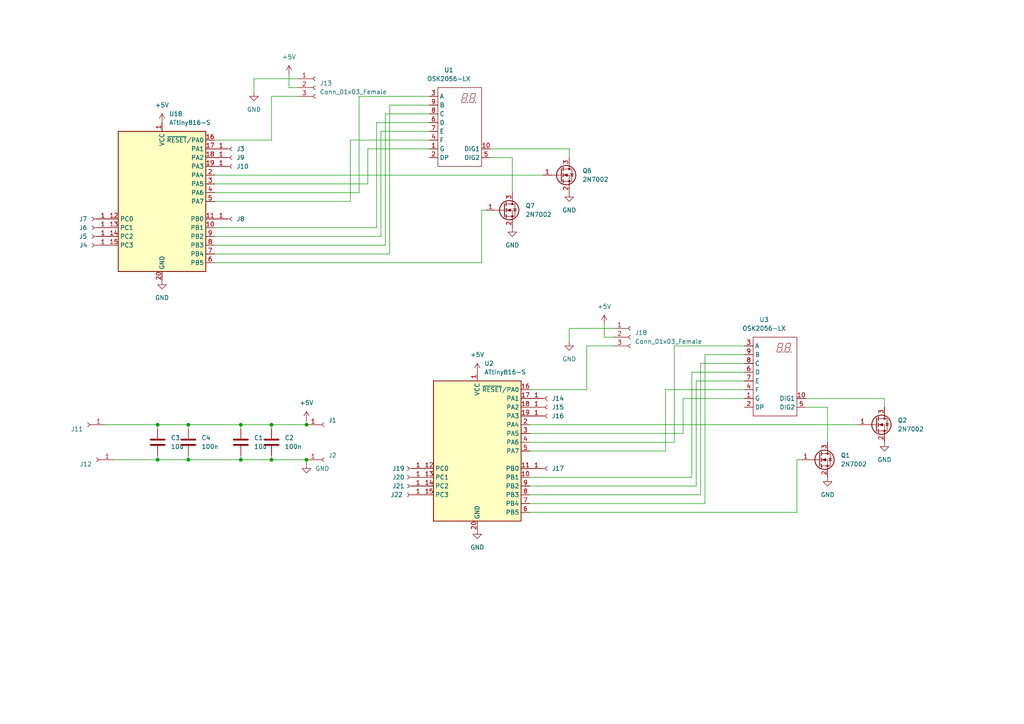
<source format=kicad_sch>
(kicad_sch (version 20211123) (generator eeschema)
  (paper "A4")
  (lib_symbols
    (symbol "Connector:Conn_01x01_Female" (pin_names (offset 1.016) hide)
      (property "Reference" "J" (at 0 2.54 0))
      (property "Value" "Conn_01x01_Female" (at 0 -2.54 0))
      (symbol "Conn_01x01_Female_1_1"
        (polyline (pts (xy -1.27 0) (xy -0.508 0)) (stroke (width 0.1524)))
        (arc (start 0 0.508) (mid -0.508 0) (end 0 -0.508) (stroke (width 0.1524)))
        (pin passive line (at -5.08 0 0) (length 3.81) (name "Pin_1") (number "1"))
      )
    )
    (symbol "Connector:Conn_01x03_Female" (pin_names (offset 1.016) hide)
      (property "Reference" "J" (at 0 5.08 0))
      (property "Value" "Conn_01x03_Female" (at 0 -5.08 0))
      (symbol "Conn_01x03_Female_1_1"
        (arc (start 0 -2.032) (mid -0.508 -2.54) (end 0 -3.048) (stroke (width 0.1524)))
        (polyline (pts (xy -1.27 -2.54) (xy -0.508 -2.54)) (stroke (width 0.1524)))
        (polyline (pts (xy -1.27 0) (xy -0.508 0)) (stroke (width 0.1524)))
        (polyline (pts (xy -1.27 2.54) (xy -0.508 2.54)) (stroke (width 0.1524)))
        (arc (start 0 0.508) (mid -0.508 0) (end 0 -0.508) (stroke (width 0.1524)))
        (arc (start 0 3.048) (mid -0.508 2.54) (end 0 2.032) (stroke (width 0.1524)))
        (pin passive line (at -5.08 2.54 0) (length 3.81) (name "Pin_1") (number "1"))
        (pin passive line (at -5.08 0 0) (length 3.81) (name "Pin_2") (number "2"))
        (pin passive line (at -5.08 -2.54 0) (length 3.81) (name "Pin_3") (number "3"))
      )
    )
    (symbol "Device:C" (pin_numbers hide) (pin_names (offset 0.254))
      (property "Reference" "C" (at 0.635 2.54 0))
      (property "Value" "C" (at 0.635 -2.54 0))
      (symbol "C_0_1"
        (polyline (pts (xy -2.032 -0.762) (xy 2.032 -0.762)) (stroke (width 0.508)))
        (polyline (pts (xy -2.032 0.762) (xy 2.032 0.762)) (stroke (width 0.508)))
      )
      (symbol "C_1_1"
        (pin passive line (at 0 3.81 270) (length 2.794) (name "~") (number "1"))
        (pin passive line (at 0 -3.81 90) (length 2.794) (name "~") (number "2"))
      )
    )
    (symbol "Display_Character:OSK2056-LX"
      (property "Reference" "U" (at 4.064 3.556 0))
      (property "Value" "OSK2056-LX" (at 8.89 -21.59 0))
      (symbol "OSK2056-LX_0_1"
        (polyline (pts (xy -3.81 -30.48) (xy -3.81 -30.48)))
        (polyline (pts (xy -3.81 -30.48) (xy -3.81 -30.48)))
        (polyline (pts (xy -3.81 -30.48) (xy -3.81 -30.48)))
        (polyline (pts (xy -3.81 -30.48) (xy -3.81 -30.48)))
        (polyline (pts (xy -3.81 -30.48) (xy -3.81 -30.48)))
        (polyline (pts (xy -3.81 -30.48) (xy -3.81 -30.48)))
        (polyline (pts (xy -3.81 -30.48) (xy -3.81 -30.48)))
        (polyline (pts (xy -3.81 -30.48) (xy -3.81 -30.48)))
        (polyline (pts (xy -3.81 -30.48) (xy -3.81 -30.48)))
        (polyline (pts (xy -3.81 -30.48) (xy -3.81 -30.48)))
        (polyline (pts (xy 2.54 1.27) (xy 2.54 1.27)))
        (polyline (pts (xy 9.398 -1.778) (xy 10.668 -1.778)))
        (polyline (pts (xy 9.652 -0.762) (xy 9.398 -1.524)))
        (polyline (pts (xy 9.652 -0.508) (xy 10.922 -0.508)))
        (polyline (pts (xy 9.906 0.508) (xy 9.652 -0.254)))
        (polyline (pts (xy 9.906 0.762) (xy 11.176 0.762)))
        (polyline (pts (xy 10.922 -0.762) (xy 10.668 -1.524)))
        (polyline (pts (xy 11.176 0.508) (xy 10.922 -0.254)))
        (polyline (pts (xy 11.684 -1.778) (xy 12.954 -1.778)))
        (polyline (pts (xy 11.938 -0.762) (xy 11.684 -1.524)))
        (polyline (pts (xy 11.938 -0.508) (xy 13.208 -0.508)))
        (polyline (pts (xy 12.192 0.508) (xy 11.938 -0.254)))
        (polyline (pts (xy 12.192 0.762) (xy 13.462 0.762)))
        (polyline (pts (xy 13.208 -0.762) (xy 12.954 -1.524)))
        (polyline (pts (xy 13.462 0.508) (xy 13.208 -0.254)))
        (polyline (pts (xy 2.54 2.54) (xy 2.54 -20.32) (xy 15.24 -20.32) (xy 15.24 2.54) (xy 2.54 2.54)))
        (circle (center 11.176 -1.778) (radius 0.0001))
        (circle (center 13.462 -1.778) (radius 0.0001))
      )
      (symbol "OSK2056-LX_1_1"
        (pin input line (at 0 -15.24 0) (length 2.54) (name "G") (number "1"))
        (pin input line (at 17.78 -15.24 180) (length 2.54) (name "DIG1") (number "10"))
        (pin input line (at 0 -17.78 0) (length 2.54) (name "DP") (number "2"))
        (pin input line (at 0 0 0) (length 2.54) (name "A") (number "3"))
        (pin input line (at 0 -12.7 0) (length 2.54) (name "F") (number "4"))
        (pin input line (at 17.78 -17.78 180) (length 2.54) (name "DIG2") (number "5"))
        (pin input line (at 0 -7.62 0) (length 2.54) (name "D") (number "6"))
        (pin input line (at 0 -10.16 0) (length 2.54) (name "E") (number "7"))
        (pin input line (at 0 -5.08 0) (length 2.54) (name "C") (number "8"))
        (pin input line (at 0 -2.54 0) (length 2.54) (name "B") (number "9"))
      )
    )
    (symbol "MCU_Microchip_ATtiny:ATtiny816-S"
      (property "Reference" "U" (at -12.7 21.59 0))
      (property "Value" "ATtiny816-S" (at 2.54 -21.59 0))
      (symbol "ATtiny816-S_0_1"
        (rectangle (start -12.7 -20.32) (end 12.7 20.32) (stroke (width 0.254)) (fill (type background)))
      )
      (symbol "ATtiny816-S_1_1"
        (pin power_in line (at 0 22.86 270) (length 2.54) (name "VCC") (number "1"))
        (pin bidirectional line (at 15.24 -7.62 180) (length 2.54) (name "PB1") (number "10"))
        (pin bidirectional line (at 15.24 -5.08 180) (length 2.54) (name "PB0") (number "11"))
        (pin bidirectional line (at -15.24 -5.08 0) (length 2.54) (name "PC0") (number "12"))
        (pin bidirectional line (at -15.24 -7.62 0) (length 2.54) (name "PC1") (number "13"))
        (pin bidirectional line (at -15.24 -10.16 0) (length 2.54) (name "PC2") (number "14"))
        (pin bidirectional line (at -15.24 -12.7 0) (length 2.54) (name "PC3") (number "15"))
        (pin bidirectional line (at 15.24 17.78 180) (length 2.54) (name "~{RESET}/PA0") (number "16"))
        (pin bidirectional line (at 15.24 15.24 180) (length 2.54) (name "PA1") (number "17"))
        (pin bidirectional line (at 15.24 12.7 180) (length 2.54) (name "PA2") (number "18"))
        (pin bidirectional line (at 15.24 10.16 180) (length 2.54) (name "PA3") (number "19"))
        (pin bidirectional line (at 15.24 7.62 180) (length 2.54) (name "PA4") (number "2"))
        (pin power_in line (at 0 -22.86 90) (length 2.54) (name "GND") (number "20"))
        (pin bidirectional line (at 15.24 5.08 180) (length 2.54) (name "PA5") (number "3"))
        (pin bidirectional line (at 15.24 2.54 180) (length 2.54) (name "PA6") (number "4"))
        (pin bidirectional line (at 15.24 0 180) (length 2.54) (name "PA7") (number "5"))
        (pin bidirectional line (at 15.24 -17.78 180) (length 2.54) (name "PB5") (number "6"))
        (pin bidirectional line (at 15.24 -15.24 180) (length 2.54) (name "PB4") (number "7"))
        (pin bidirectional line (at 15.24 -12.7 180) (length 2.54) (name "PB3") (number "8"))
        (pin bidirectional line (at 15.24 -10.16 180) (length 2.54) (name "PB2") (number "9"))
      )
    )
    (symbol "Transistor_FET:2N7002" (pin_names hide)
      (property "Reference" "Q" (at 5.08 1.905 0))
      (property "Value" "2N7002" (at 5.08 0 0))
      (symbol "2N7002_0_1"
        (polyline (pts (xy 0.254 0) (xy -2.54 0)))
        (polyline (pts (xy 0.254 1.905) (xy 0.254 -1.905)) (stroke (width 0.254)))
        (polyline (pts (xy 0.762 -1.27) (xy 0.762 -2.286)) (stroke (width 0.254)))
        (polyline (pts (xy 0.762 0.508) (xy 0.762 -0.508)) (stroke (width 0.254)))
        (polyline (pts (xy 0.762 2.286) (xy 0.762 1.27)) (stroke (width 0.254)))
        (polyline (pts (xy 2.54 2.54) (xy 2.54 1.778)))
        (polyline (pts (xy 2.54 -2.54) (xy 2.54 0) (xy 0.762 0)))
        (polyline (pts (xy 0.762 -1.778) (xy 3.302 -1.778) (xy 3.302 1.778) (xy 0.762 1.778)))
        (polyline (pts (xy 1.016 0) (xy 2.032 0.381) (xy 2.032 -0.381) (xy 1.016 0)) (fill (type outline)))
        (polyline (pts (xy 2.794 0.508) (xy 2.921 0.381) (xy 3.683 0.381) (xy 3.81 0.254)))
        (polyline (pts (xy 3.302 0.381) (xy 2.921 -0.254) (xy 3.683 -0.254) (xy 3.302 0.381)))
        (circle (center 1.651 0) (radius 2.794) (stroke (width 0.254)))
        (circle (center 2.54 -1.778) (radius 0.254) (fill (type outline)))
        (circle (center 2.54 1.778) (radius 0.254) (fill (type outline)))
      )
      (symbol "2N7002_1_1"
        (pin input line (at -5.08 0 0) (length 2.54) (name "G") (number "1"))
        (pin passive line (at 2.54 -5.08 90) (length 2.54) (name "S") (number "2"))
        (pin passive line (at 2.54 5.08 270) (length 2.54) (name "D") (number "3"))
      )
    )
    (symbol "power:+5V" (power) (pin_names (offset 0))
      (property "Value" "+5V" (at 0 3.556 0))
      (symbol "+5V_0_1"
        (polyline (pts (xy -0.762 1.27) (xy 0 2.54)))
        (polyline (pts (xy 0 0) (xy 0 2.54)))
        (polyline (pts (xy 0 2.54) (xy 0.762 1.27)))
      )
      (symbol "+5V_1_1"
        (pin power_in line (at 0 0 90) (length 0) hide (name "+5V") (number "1"))
      )
    )
    (symbol "power:GND" (power) (pin_names (offset 0))
      (property "Value" "GND" (at 0 -3.81 0))
      (symbol "GND_0_1"
        (polyline (pts (xy 0 0) (xy 0 -1.27) (xy 1.27 -1.27) (xy 0 -2.54) (xy -1.27 -1.27) (xy 0 -1.27)))
      )
      (symbol "GND_1_1"
        (pin power_in line (at 0 0 270) (length 0) hide (name "GND") (number "1"))
      )
    )
  )
  (junction (at 78.74 133.35))
  (junction (at 88.9 123.19))
  (junction (at 45.72 123.19))
  (junction (at 45.72 133.35))
  (junction (at 69.85 133.35))
  (junction (at 88.9 133.35))
  (junction (at 69.85 123.19))
  (junction (at 54.61 123.19))
  (junction (at 78.74 123.19))
  (junction (at 54.61 133.35))
  (wire (pts (xy 142.24 43.18) (xy 165.1 43.18)))
  (wire (pts (xy 153.67 148.59) (xy 231.14 148.59)))
  (wire (pts (xy 54.61 123.19) (xy 69.85 123.19)))
  (wire (pts (xy 104.14 27.94) (xy 124.46 27.94)))
  (wire (pts (xy 203.2 105.41) (xy 215.9 105.41)))
  (wire (pts (xy 124.46 40.64) (xy 101.6 40.64)))
  (wire (pts (xy 111.76 33.02) (xy 124.46 33.02)))
  (wire (pts (xy 62.23 50.8) (xy 157.48 50.8)))
  (wire (pts (xy 69.85 133.35) (xy 78.74 133.35)))
  (wire (pts (xy 45.72 123.19) (xy 45.72 124.46)))
  (wire (pts (xy 153.67 123.19) (xy 248.92 123.19)))
  (wire (pts (xy 153.67 143.51) (xy 203.2 143.51)))
  (wire (pts (xy 111.76 71.12) (xy 111.76 33.02)))
  (wire (pts (xy 193.04 130.81) (xy 153.67 130.81)))
  (wire (pts (xy 109.22 66.04) (xy 109.22 35.56)))
  (wire (pts (xy 106.68 53.34) (xy 62.23 53.34)))
  (wire (pts (xy 78.74 40.64) (xy 78.74 27.94)))
  (wire (pts (xy 62.23 76.2) (xy 139.7 76.2)))
  (wire (pts (xy 78.74 123.19) (xy 69.85 123.19)))
  (wire (pts (xy 153.67 138.43) (xy 200.66 138.43)))
  (wire (pts (xy 69.85 123.19) (xy 69.85 124.46)))
  (wire (pts (xy 113.03 30.48) (xy 113.03 73.66)))
  (wire (pts (xy 45.72 123.19) (xy 54.61 123.19)))
  (wire (pts (xy 78.74 133.35) (xy 88.9 133.35)))
  (wire (pts (xy 148.59 55.88) (xy 148.59 45.72)))
  (wire (pts (xy 195.58 128.27) (xy 195.58 100.33)))
  (wire (pts (xy 62.23 55.88) (xy 104.14 55.88)))
  (wire (pts (xy 193.04 113.03) (xy 193.04 130.81)))
  (wire (pts (xy 30.48 123.19) (xy 45.72 123.19)))
  (wire (pts (xy 165.1 43.18) (xy 165.1 45.72)))
  (wire (pts (xy 69.85 132.08) (xy 69.85 133.35)))
  (wire (pts (xy 215.9 110.49) (xy 201.93 110.49)))
  (wire (pts (xy 139.7 60.96) (xy 140.97 60.96)))
  (wire (pts (xy 139.7 76.2) (xy 139.7 60.96)))
  (wire (pts (xy 204.47 102.87) (xy 204.47 146.05)))
  (wire (pts (xy 45.72 133.35) (xy 54.61 133.35)))
  (wire (pts (xy 201.93 110.49) (xy 201.93 140.97)))
  (wire (pts (xy 62.23 66.04) (xy 109.22 66.04)))
  (wire (pts (xy 62.23 40.64) (xy 78.74 40.64)))
  (wire (pts (xy 175.26 97.79) (xy 175.26 93.98)))
  (wire (pts (xy 200.66 107.95) (xy 215.9 107.95)))
  (wire (pts (xy 113.03 73.66) (xy 62.23 73.66)))
  (wire (pts (xy 86.36 22.86) (xy 73.66 22.86)))
  (wire (pts (xy 101.6 40.64) (xy 101.6 58.42)))
  (wire (pts (xy 200.66 138.43) (xy 200.66 107.95)))
  (wire (pts (xy 73.66 22.86) (xy 73.66 26.67)))
  (wire (pts (xy 101.6 58.42) (xy 62.23 58.42)))
  (wire (pts (xy 83.82 25.4) (xy 83.82 21.59)))
  (wire (pts (xy 170.18 100.33) (xy 177.8 100.33)))
  (wire (pts (xy 78.74 123.19) (xy 78.74 124.46)))
  (wire (pts (xy 177.8 97.79) (xy 175.26 97.79)))
  (wire (pts (xy 153.67 113.03) (xy 170.18 113.03)))
  (wire (pts (xy 45.72 132.08) (xy 45.72 133.35)))
  (wire (pts (xy 231.14 133.35) (xy 232.41 133.35)))
  (wire (pts (xy 215.9 102.87) (xy 204.47 102.87)))
  (wire (pts (xy 88.9 121.92) (xy 88.9 123.19)))
  (wire (pts (xy 201.93 140.97) (xy 153.67 140.97)))
  (wire (pts (xy 153.67 128.27) (xy 195.58 128.27)))
  (wire (pts (xy 88.9 133.35) (xy 88.9 134.62)))
  (wire (pts (xy 104.14 55.88) (xy 104.14 27.94)))
  (wire (pts (xy 215.9 115.57) (xy 198.12 115.57)))
  (wire (pts (xy 203.2 143.51) (xy 203.2 105.41)))
  (wire (pts (xy 110.49 38.1) (xy 110.49 68.58)))
  (wire (pts (xy 106.68 43.18) (xy 106.68 53.34)))
  (wire (pts (xy 124.46 43.18) (xy 106.68 43.18)))
  (wire (pts (xy 165.1 95.25) (xy 165.1 99.06)))
  (wire (pts (xy 124.46 38.1) (xy 110.49 38.1)))
  (wire (pts (xy 54.61 132.08) (xy 54.61 133.35)))
  (wire (pts (xy 109.22 35.56) (xy 124.46 35.56)))
  (wire (pts (xy 177.8 95.25) (xy 165.1 95.25)))
  (wire (pts (xy 170.18 113.03) (xy 170.18 100.33)))
  (wire (pts (xy 233.68 115.57) (xy 256.54 115.57)))
  (wire (pts (xy 86.36 25.4) (xy 83.82 25.4)))
  (wire (pts (xy 33.02 133.35) (xy 45.72 133.35)))
  (wire (pts (xy 124.46 30.48) (xy 113.03 30.48)))
  (wire (pts (xy 78.74 132.08) (xy 78.74 133.35)))
  (wire (pts (xy 233.68 118.11) (xy 240.03 118.11)))
  (wire (pts (xy 110.49 68.58) (xy 62.23 68.58)))
  (wire (pts (xy 215.9 113.03) (xy 193.04 113.03)))
  (wire (pts (xy 198.12 115.57) (xy 198.12 125.73)))
  (wire (pts (xy 142.24 45.72) (xy 148.59 45.72)))
  (wire (pts (xy 256.54 115.57) (xy 256.54 118.11)))
  (wire (pts (xy 195.58 100.33) (xy 215.9 100.33)))
  (wire (pts (xy 54.61 123.19) (xy 54.61 124.46)))
  (wire (pts (xy 198.12 125.73) (xy 153.67 125.73)))
  (wire (pts (xy 78.74 27.94) (xy 86.36 27.94)))
  (wire (pts (xy 240.03 128.27) (xy 240.03 118.11)))
  (wire (pts (xy 54.61 133.35) (xy 69.85 133.35)))
  (wire (pts (xy 204.47 146.05) (xy 153.67 146.05)))
  (wire (pts (xy 62.23 71.12) (xy 111.76 71.12)))
  (wire (pts (xy 88.9 123.19) (xy 78.74 123.19)))
  (wire (pts (xy 231.14 148.59) (xy 231.14 133.35)))
  (symbol (lib_id "Transistor_FET:2N7002") (at 162.56 50.8 0) (unit 1)
    (property "Reference" "Q6" (at 168.91 49.5299 0) (effects (justify left)))
    (property "Value" "2N7002" (at 168.91 52.0699 0) (effects (justify left)))
    (property "Footprint" "Package_TO_SOT_SMD:SOT-23" (effects hide))
    (property "Datasheet" "https://www.onsemi.com/pub/Collateral/NDS7002A-D.PDF" (effects hide))
  )
  (symbol (lib_id "power:+5V") (at 83.82 21.59 0) (unit 1)
    (property "Reference" "#PWR0108" (effects hide))
    (property "Value" "+5V" (at 83.82 16.51 0))
  )
  (symbol (lib_id "power:GND") (at 88.9 134.62 0) (unit 1)
    (property "Reference" "#PWR0106" (effects hide))
    (property "Value" "GND" (at 91.44 135.8899 0) (effects (justify left)))
  )
  (symbol (lib_id "power:+5V") (at 175.26 93.98 0) (unit 1)
    (property "Reference" "#PWR04" (effects hide))
    (property "Value" "+5V" (at 175.26 88.9 0))
  )
  (symbol (lib_id "Connector:Conn_01x01_Female") (at 158.75 115.57 0) (unit 1)
    (property "Reference" "J14" (at 160.02 115.57 0) (effects (justify left)))
    (property "Value" "Conn_01x01_Female" (effects hide))
    (property "Footprint" "Connector_PinHeader_2.54mm:PinHeader_1x01_P2.54mm_Vertical" (effects hide))
  )
  (symbol (lib_id "Device:C") (at 78.74 128.27 0) (unit 1)
    (property "Reference" "C2" (at 82.55 126.9999 0) (effects (justify left)))
    (property "Value" "100n" (at 82.55 129.5399 0) (effects (justify left)))
    (property "Footprint" "Capacitor_SMD:C_0805_2012Metric_Pad1.18x1.45mm_HandSolder" (effects hide))
  )
  (symbol (lib_id "MCU_Microchip_ATtiny:ATtiny816-S") (at 138.43 130.81 0) (unit 1)
    (property "Reference" "U2" (at 140.4494 105.41 0) (effects (justify left)))
    (property "Value" "ATtiny816-S" (at 140.4494 107.95 0) (effects (justify left)))
    (property "Footprint" "Package_SO:SOIC-20W_7.5x12.8mm_P1.27mm" (effects hide))
    (property "Datasheet" "http://ww1.microchip.com/downloads/en/DeviceDoc/40001913A.pdf" (effects hide))
  )
  (symbol (lib_id "Connector:Conn_01x01_Female") (at 158.75 118.11 0) (unit 1)
    (property "Reference" "J15" (at 160.02 118.11 0) (effects (justify left)))
    (property "Value" "Conn_01x01_Female" (effects hide))
    (property "Footprint" "Connector_PinHeader_2.54mm:PinHeader_1x01_P2.54mm_Vertical" (effects hide))
  )
  (symbol (lib_id "Connector:Conn_01x01_Female") (at 26.67 63.5 180) (unit 1)
    (property "Reference" "J7" (at 24.13 63.5 0))
    (property "Value" "Conn_01x01_Female" (effects hide))
    (property "Footprint" "Connector_PinHeader_2.54mm:PinHeader_1x01_P2.54mm_Vertical" (effects hide))
  )
  (symbol (lib_id "power:GND") (at 46.99 81.28 0) (unit 1)
    (property "Reference" "#PWR0103" (effects hide))
    (property "Value" "GND" (at 46.99 86.36 0))
  )
  (symbol (lib_id "Connector:Conn_01x01_Female") (at 26.67 71.12 180) (unit 1)
    (property "Reference" "J4" (at 25.4 71.12 0) (effects (justify left)))
    (property "Value" "Conn_01x01_Female" (effects hide))
    (property "Footprint" "Connector_PinHeader_2.54mm:PinHeader_1x01_P2.54mm_Vertical" (effects hide))
  )
  (symbol (lib_id "Connector:Conn_01x01_Female") (at 26.67 66.04 180) (unit 1)
    (property "Reference" "J6" (at 24.13 66.04 0))
    (property "Value" "Conn_01x01_Female" (effects hide))
    (property "Footprint" "Connector_PinHeader_2.54mm:PinHeader_1x01_P2.54mm_Vertical" (effects hide))
  )
  (symbol (lib_id "power:GND") (at 148.59 66.04 0) (unit 1)
    (property "Reference" "#PWR0101" (effects hide))
    (property "Value" "GND" (at 148.59 71.12 0))
  )
  (symbol (lib_id "Transistor_FET:2N7002") (at 146.05 60.96 0) (unit 1)
    (property "Reference" "Q7" (at 152.4 59.6899 0) (effects (justify left)))
    (property "Value" "2N7002" (at 152.4 62.2299 0) (effects (justify left)))
    (property "Footprint" "Package_TO_SOT_SMD:SOT-23" (effects hide))
    (property "Datasheet" "https://www.onsemi.com/pub/Collateral/NDS7002A-D.PDF" (effects hide))
  )
  (symbol (lib_id "Connector:Conn_01x01_Female") (at 93.98 123.19 0) (unit 1)
    (property "Reference" "J1" (at 95.25 121.9199 0) (effects (justify left)))
    (property "Value" "Conn_01x01_Female" (effects hide))
    (property "Footprint" "Connector_PinHeader_2.54mm:PinHeader_1x01_P2.54mm_Vertical" (effects hide))
  )
  (symbol (lib_id "Device:C") (at 69.85 128.27 0) (unit 1)
    (property "Reference" "C1" (at 73.66 126.9999 0) (effects (justify left)))
    (property "Value" "10u" (at 73.66 129.5399 0) (effects (justify left)))
    (property "Footprint" "Capacitor_SMD:C_0805_2012Metric_Pad1.18x1.45mm_HandSolder" (effects hide))
  )
  (symbol (lib_id "Connector:Conn_01x01_Female") (at 67.31 63.5 0) (unit 1)
    (property "Reference" "J8" (at 68.58 63.5 0) (effects (justify left)))
    (property "Value" "Conn_01x01_Female" (effects hide))
    (property "Footprint" "Connector_PinHeader_2.54mm:PinHeader_1x01_P2.54mm_Vertical" (effects hide))
  )
  (symbol (lib_id "Connector:Conn_01x01_Female") (at 118.11 138.43 180) (unit 1)
    (property "Reference" "J20" (at 115.57 138.43 0))
    (property "Value" "Conn_01x01_Female" (effects hide))
    (property "Footprint" "Connector_PinHeader_2.54mm:PinHeader_1x01_P2.54mm_Vertical" (effects hide))
  )
  (symbol (lib_id "Device:C") (at 45.72 128.27 0) (unit 1)
    (property "Reference" "C3" (at 49.53 126.9999 0) (effects (justify left)))
    (property "Value" "10u" (at 49.53 129.5399 0) (effects (justify left)))
    (property "Footprint" "Capacitor_SMD:C_0805_2012Metric_Pad1.18x1.45mm_HandSolder" (effects hide))
  )
  (symbol (lib_id "Connector:Conn_01x03_Female") (at 91.44 25.4 0) (unit 1)
    (property "Reference" "J13" (at 92.71 24.1299 0) (effects (justify left)))
    (property "Value" "Conn_01x03_Female" (at 92.71 26.6699 0) (effects (justify left)))
    (property "Footprint" "Connector_PinSocket_2.54mm:PinSocket_1x03_P2.54mm_Vertical" (effects hide))
  )
  (symbol (lib_id "Connector:Conn_01x01_Female") (at 26.67 68.58 180) (unit 1)
    (property "Reference" "J5" (at 24.13 68.58 0))
    (property "Value" "Conn_01x01_Female" (effects hide))
    (property "Footprint" "Connector_PinHeader_2.54mm:PinHeader_1x01_P2.54mm_Vertical" (effects hide))
  )
  (symbol (lib_id "power:GND") (at 240.03 138.43 0) (unit 1)
    (property "Reference" "#PWR05" (effects hide))
    (property "Value" "GND" (at 240.03 143.51 0))
  )
  (symbol (lib_id "Connector:Conn_01x01_Female") (at 118.11 140.97 180) (unit 1)
    (property "Reference" "J21" (at 115.57 140.97 0))
    (property "Value" "Conn_01x01_Female" (effects hide))
    (property "Footprint" "Connector_PinHeader_2.54mm:PinHeader_1x01_P2.54mm_Vertical" (effects hide))
  )
  (symbol (lib_id "Transistor_FET:2N7002") (at 237.49 133.35 0) (unit 1)
    (property "Reference" "Q1" (at 243.84 132.0799 0) (effects (justify left)))
    (property "Value" "2N7002" (at 243.84 134.6199 0) (effects (justify left)))
    (property "Footprint" "Package_TO_SOT_SMD:SOT-23" (effects hide))
    (property "Datasheet" "https://www.onsemi.com/pub/Collateral/NDS7002A-D.PDF" (effects hide))
  )
  (symbol (lib_id "Connector:Conn_01x01_Female") (at 67.31 45.72 0) (unit 1)
    (property "Reference" "J9" (at 68.58 45.72 0) (effects (justify left)))
    (property "Value" "Conn_01x01_Female" (effects hide))
    (property "Footprint" "Connector_PinHeader_2.54mm:PinHeader_1x01_P2.54mm_Vertical" (effects hide))
  )
  (symbol (lib_id "Transistor_FET:2N7002") (at 254 123.19 0) (unit 1)
    (property "Reference" "Q2" (at 260.35 121.9199 0) (effects (justify left)))
    (property "Value" "2N7002" (at 260.35 124.4599 0) (effects (justify left)))
    (property "Footprint" "Package_TO_SOT_SMD:SOT-23" (effects hide))
    (property "Datasheet" "https://www.onsemi.com/pub/Collateral/NDS7002A-D.PDF" (effects hide))
  )
  (symbol (lib_id "power:+5V") (at 88.9 121.92 0) (unit 1)
    (property "Reference" "#PWR0105" (effects hide))
    (property "Value" "+5V" (at 88.9 116.84 0))
  )
  (symbol (lib_id "Display_Character:OSK2056-LX") (at 215.9 100.33 0) (unit 1)
    (property "Reference" "U3" (at 221.615 92.71 0))
    (property "Value" "OSK2056-LX" (at 221.615 95.25 0))
    (property "Footprint" "Display_7Segment:OSK2056" (effects hide))
    (property "Datasheet" "https://www.tme.eu/Document/e0d9824b0adf05968d7839400ea5cbba/osk2056a-xx.pdf" (effects hide))
  )
  (symbol (lib_id "power:GND") (at 73.66 26.67 0) (unit 1)
    (property "Reference" "#PWR0107" (effects hide))
    (property "Value" "GND" (at 73.66 31.75 0))
  )
  (symbol (lib_id "Connector:Conn_01x01_Female") (at 118.11 143.51 180) (unit 1)
    (property "Reference" "J22" (at 116.84 143.51 0) (effects (justify left)))
    (property "Value" "Conn_01x01_Female" (effects hide))
    (property "Footprint" "Connector_PinHeader_2.54mm:PinHeader_1x01_P2.54mm_Vertical" (effects hide))
  )
  (symbol (lib_id "Connector:Conn_01x01_Female") (at 118.11 135.89 180) (unit 1)
    (property "Reference" "J19" (at 115.57 135.89 0))
    (property "Value" "Conn_01x01_Female" (effects hide))
    (property "Footprint" "Connector_PinHeader_2.54mm:PinHeader_1x01_P2.54mm_Vertical" (effects hide))
  )
  (symbol (lib_id "Connector:Conn_01x01_Female") (at 27.94 133.35 180) (unit 1)
    (property "Reference" "J12" (at 26.67 134.6201 0) (effects (justify left)))
    (property "Value" "Conn_01x01_Female" (effects hide))
    (property "Footprint" "Connector_PinHeader_2.54mm:PinHeader_1x01_P2.54mm_Vertical" (effects hide))
  )
  (symbol (lib_id "Connector:Conn_01x01_Female") (at 67.31 48.26 0) (unit 1)
    (property "Reference" "J10" (at 68.58 48.26 0) (effects (justify left)))
    (property "Value" "Conn_01x01_Female" (effects hide))
    (property "Footprint" "Connector_Pin:Pin_D1.0mm_L10.0mm" (effects hide))
  )
  (symbol (lib_id "MCU_Microchip_ATtiny:ATtiny816-S") (at 46.99 58.42 0) (unit 1)
    (property "Reference" "U18" (at 49.0094 33.02 0) (effects (justify left)))
    (property "Value" "ATtiny816-S" (at 49.0094 35.56 0) (effects (justify left)))
    (property "Footprint" "Package_SO:SOIC-20W_7.5x12.8mm_P1.27mm" (effects hide))
    (property "Datasheet" "http://ww1.microchip.com/downloads/en/DeviceDoc/40001913A.pdf" (effects hide))
  )
  (symbol (lib_id "Connector:Conn_01x01_Female") (at 93.98 133.35 0) (unit 1)
    (property "Reference" "J2" (at 95.25 132.0799 0) (effects (justify left)))
    (property "Value" "Conn_01x01_Female" (effects hide))
    (property "Footprint" "Connector_PinHeader_2.54mm:PinHeader_1x01_P2.54mm_Vertical" (effects hide))
  )
  (symbol (lib_id "power:GND") (at 256.54 128.27 0) (unit 1)
    (property "Reference" "#PWR06" (effects hide))
    (property "Value" "GND" (at 256.54 133.35 0))
  )
  (symbol (lib_id "Connector:Conn_01x01_Female") (at 158.75 120.65 0) (unit 1)
    (property "Reference" "J16" (at 160.02 120.65 0) (effects (justify left)))
    (property "Value" "Conn_01x01_Female" (effects hide))
    (property "Footprint" "Connector_PinHeader_2.54mm:PinHeader_1x01_P2.54mm_Vertical" (effects hide))
  )
  (symbol (lib_id "Connector:Conn_01x01_Female") (at 25.4 123.19 180) (unit 1)
    (property "Reference" "J11" (at 24.13 124.4601 0) (effects (justify left)))
    (property "Value" "Conn_01x01_Female" (effects hide))
    (property "Footprint" "Connector_PinHeader_2.54mm:PinHeader_1x01_P2.54mm_Vertical" (effects hide))
  )
  (symbol (lib_id "Display_Character:OSK2056-LX") (at 124.46 27.94 0) (unit 1)
    (property "Reference" "U1" (at 130.175 20.32 0))
    (property "Value" "OSK2056-LX" (at 130.175 22.86 0))
    (property "Footprint" "Display_7Segment:OSK2056" (effects hide))
    (property "Datasheet" "https://www.tme.eu/Document/e0d9824b0adf05968d7839400ea5cbba/osk2056a-xx.pdf" (effects hide))
  )
  (symbol (lib_id "Device:C") (at 54.61 128.27 0) (unit 1)
    (property "Reference" "C4" (at 58.42 126.9999 0) (effects (justify left)))
    (property "Value" "100n" (at 58.42 129.5399 0) (effects (justify left)))
    (property "Footprint" "Capacitor_SMD:C_0805_2012Metric_Pad1.18x1.45mm_HandSolder" (effects hide))
  )
  (symbol (lib_id "Connector:Conn_01x01_Female") (at 67.31 43.18 0) (unit 1)
    (property "Reference" "J3" (at 68.58 43.18 0) (effects (justify left)))
    (property "Value" "Conn_01x01_Female" (effects hide))
    (property "Footprint" "Connector_PinHeader_2.54mm:PinHeader_1x01_P2.54mm_Vertical" (effects hide))
  )
  (symbol (lib_id "power:GND") (at 165.1 99.06 0) (unit 1)
    (property "Reference" "#PWR03" (effects hide))
    (property "Value" "GND" (at 165.1 104.14 0))
  )
  (symbol (lib_id "power:+5V") (at 138.43 107.95 0) (unit 1)
    (property "Reference" "#PWR01" (effects hide))
    (property "Value" "+5V" (at 138.43 102.87 0))
  )
  (symbol (lib_id "power:GND") (at 165.1 55.88 0) (unit 1)
    (property "Reference" "#PWR0102" (effects hide))
    (property "Value" "GND" (at 165.1 60.96 0))
  )
  (symbol (lib_id "power:GND") (at 138.43 153.67 0) (unit 1)
    (property "Reference" "#PWR02" (effects hide))
    (property "Value" "GND" (at 138.43 158.75 0))
  )
  (symbol (lib_id "power:+5V") (at 46.99 35.56 0) (unit 1)
    (property "Reference" "#PWR0104" (effects hide))
    (property "Value" "+5V" (at 46.99 30.48 0))
  )
  (symbol (lib_id "Connector:Conn_01x03_Female") (at 182.88 97.79 0) (unit 1)
    (property "Reference" "J18" (at 184.15 96.5199 0) (effects (justify left)))
    (property "Value" "Conn_01x03_Female" (at 184.15 99.0599 0) (effects (justify left)))
    (property "Footprint" "Connector_PinSocket_2.54mm:PinSocket_1x03_P2.54mm_Vertical" (effects hide))
  )
  (symbol (lib_id "Connector:Conn_01x01_Female") (at 158.75 135.89 0) (unit 1)
    (property "Reference" "J17" (at 160.02 135.89 0) (effects (justify left)))
    (property "Value" "Conn_01x01_Female" (effects hide))
    (property "Footprint" "Connector_Pin:Pin_D1.0mm_L10.0mm" (effects hide))
  )
)
</source>
